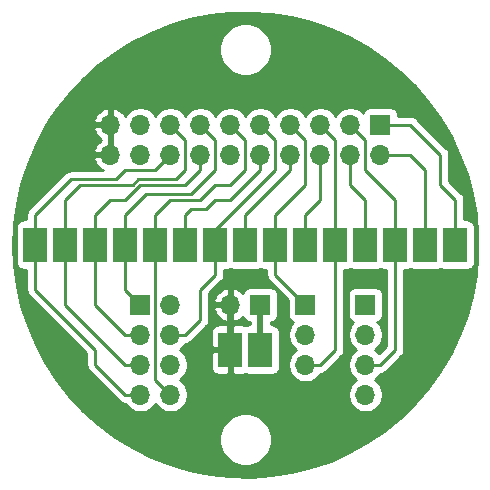
<source format=gtl>
G04 #@! TF.GenerationSoftware,KiCad,Pcbnew,(5.1.10)-1*
G04 #@! TF.CreationDate,2022-05-03T00:12:14-07:00*
G04 #@! TF.ProjectId,DUBloon,4455426c-6f6f-46e2-9e6b-696361645f70,rev?*
G04 #@! TF.SameCoordinates,Original*
G04 #@! TF.FileFunction,Copper,L1,Top*
G04 #@! TF.FilePolarity,Positive*
%FSLAX46Y46*%
G04 Gerber Fmt 4.6, Leading zero omitted, Abs format (unit mm)*
G04 Created by KiCad (PCBNEW (5.1.10)-1) date 2022-05-03 00:12:14*
%MOMM*%
%LPD*%
G01*
G04 APERTURE LIST*
G04 #@! TA.AperFunction,ComponentPad*
%ADD10R,1.700000X1.700000*%
G04 #@! TD*
G04 #@! TA.AperFunction,ComponentPad*
%ADD11O,1.700000X1.700000*%
G04 #@! TD*
G04 #@! TA.AperFunction,SMDPad,CuDef*
%ADD12R,2.000000X3.000000*%
G04 #@! TD*
G04 #@! TA.AperFunction,Conductor*
%ADD13C,0.250000*%
G04 #@! TD*
G04 #@! TA.AperFunction,Conductor*
%ADD14C,0.500000*%
G04 #@! TD*
G04 #@! TA.AperFunction,Conductor*
%ADD15C,0.254000*%
G04 #@! TD*
G04 #@! TA.AperFunction,Conductor*
%ADD16C,0.100000*%
G04 #@! TD*
G04 APERTURE END LIST*
D10*
X153670000Y-80010000D03*
D11*
X151130000Y-80010000D03*
D10*
X157480000Y-80010000D03*
D11*
X157480000Y-82550000D03*
X157480000Y-85090000D03*
D10*
X162560000Y-80010000D03*
D11*
X162560000Y-82550000D03*
X162560000Y-85090000D03*
X162560000Y-87630000D03*
D10*
X143510000Y-80010000D03*
D11*
X146050000Y-80010000D03*
X143510000Y-82550000D03*
X146050000Y-82550000D03*
X143510000Y-85090000D03*
X146050000Y-85090000D03*
X143510000Y-87630000D03*
X146050000Y-87630000D03*
D12*
X153670000Y-83820000D03*
X151130000Y-83820000D03*
X134620000Y-74930000D03*
X137160000Y-74930000D03*
X139700000Y-74930000D03*
X142240000Y-74930000D03*
X144780000Y-74930000D03*
X147320000Y-74930000D03*
X149860000Y-74930000D03*
X152400000Y-74930000D03*
X154940000Y-74930000D03*
X157480000Y-74930000D03*
X160020000Y-74930000D03*
X162560000Y-74930000D03*
X165100000Y-74930000D03*
X167640000Y-74930000D03*
X170180000Y-74930000D03*
D10*
X163830000Y-64770000D03*
D11*
X163830000Y-67310000D03*
X161290000Y-64770000D03*
X161290000Y-67310000D03*
X158750000Y-64770000D03*
X158750000Y-67310000D03*
X156210000Y-64770000D03*
X156210000Y-67310000D03*
X153670000Y-64770000D03*
X153670000Y-67310000D03*
X151130000Y-64770000D03*
X151130000Y-67310000D03*
X148590000Y-64770000D03*
X148590000Y-67310000D03*
X146050000Y-64770000D03*
X146050000Y-67310000D03*
X143510000Y-64770000D03*
X143510000Y-67310000D03*
X140970000Y-64770000D03*
X140970000Y-67310000D03*
D13*
X170180000Y-73104999D02*
X170180000Y-74479990D01*
X170180000Y-73104999D02*
X170180000Y-71120000D01*
X170180000Y-71120000D02*
X168910000Y-69850000D01*
X168910000Y-69850000D02*
X168910000Y-67310000D01*
X168910000Y-67310000D02*
X166370000Y-64770000D01*
X163830000Y-64770000D02*
X166370000Y-64770000D01*
X167640000Y-73660000D02*
X167640000Y-73555009D01*
X167640000Y-74930000D02*
X167640000Y-73660000D01*
X167640000Y-73104999D02*
X167640000Y-73660000D01*
X167640000Y-68580000D02*
X167640000Y-73104999D01*
X166370000Y-67310000D02*
X167640000Y-68580000D01*
X163830000Y-67310000D02*
X166370000Y-67310000D01*
X162560000Y-85090000D02*
X163830000Y-85090000D01*
X165100000Y-83820000D02*
X165100000Y-74930000D01*
X163830000Y-85090000D02*
X165100000Y-83820000D01*
X161290000Y-64770000D02*
X162560000Y-66040000D01*
X162560000Y-66040000D02*
X162560000Y-68580000D01*
X162560000Y-68580000D02*
X163830000Y-69850000D01*
X163830000Y-69850000D02*
X165100000Y-71120000D01*
X165100000Y-72390000D02*
X165100000Y-73104999D01*
X165100000Y-71120000D02*
X165100000Y-72390000D01*
X165100000Y-72390000D02*
X165100000Y-74930000D01*
X161290000Y-67310000D02*
X161290000Y-69850000D01*
X161290000Y-69850000D02*
X162560000Y-71120000D01*
X162560000Y-72390000D02*
X162560000Y-74930000D01*
X162560000Y-71120000D02*
X162560000Y-72390000D01*
X162560000Y-72390000D02*
X162560000Y-73104999D01*
X157480000Y-85090000D02*
X158750000Y-85090000D01*
X160020000Y-83820000D02*
X160020000Y-74930000D01*
X158750000Y-85090000D02*
X160020000Y-83820000D01*
X158750000Y-64770000D02*
X160020000Y-66040000D01*
X160020000Y-66040000D02*
X160020000Y-73104999D01*
X160020000Y-73104999D02*
X160020000Y-74930000D01*
X158750000Y-67310000D02*
X158750000Y-71120000D01*
X158750000Y-71120000D02*
X157480000Y-72390000D01*
X157480000Y-72390000D02*
X157480000Y-73104999D01*
X157480000Y-73104999D02*
X157480000Y-74930000D01*
X154940000Y-74930000D02*
X154940000Y-72390000D01*
X154940000Y-72390000D02*
X157480000Y-69850000D01*
X157480000Y-80010000D02*
X154940000Y-77470000D01*
X154940000Y-77470000D02*
X154940000Y-74930000D01*
X156210000Y-64770000D02*
X157480000Y-66040000D01*
X157480000Y-66040000D02*
X157480000Y-69850000D01*
X152400000Y-74930000D02*
X152400000Y-72390000D01*
X152400000Y-72390000D02*
X154940000Y-69850000D01*
X154940000Y-69850000D02*
X156210000Y-68580000D01*
X156210000Y-68580000D02*
X156210000Y-67310000D01*
X149860000Y-74930000D02*
X149860000Y-73660000D01*
X149860000Y-73660000D02*
X153670000Y-69850000D01*
X146050000Y-82550000D02*
X147320000Y-82550000D01*
X147320000Y-82550000D02*
X148590000Y-81280000D01*
X148590000Y-81280000D02*
X148590000Y-78740000D01*
X149860000Y-77470000D02*
X149860000Y-74930000D01*
X148590000Y-78740000D02*
X149860000Y-77470000D01*
X153670000Y-64770000D02*
X154940000Y-66040000D01*
X153670000Y-69850000D02*
X154940000Y-68580000D01*
X154940000Y-66040000D02*
X154940000Y-68580000D01*
X147770010Y-71939990D02*
X147320000Y-72390000D01*
X147320000Y-72390000D02*
X147320000Y-74930000D01*
X147770010Y-71939990D02*
X149040010Y-71939990D01*
X149040010Y-71939990D02*
X149860000Y-71120000D01*
X149860000Y-71120000D02*
X151130000Y-71120000D01*
X153670000Y-68580000D02*
X153670000Y-67310000D01*
X151130000Y-71120000D02*
X153670000Y-68580000D01*
X144780000Y-72390000D02*
X144780000Y-74930000D01*
X146050000Y-71120000D02*
X144780000Y-72390000D01*
X146050000Y-71120000D02*
X148590000Y-71120000D01*
X148590000Y-71120000D02*
X149860000Y-69850000D01*
X149860000Y-69850000D02*
X151130000Y-69850000D01*
X151130000Y-69850000D02*
X152400000Y-68580000D01*
X146050000Y-87630000D02*
X144780000Y-86360000D01*
X144780000Y-86360000D02*
X144780000Y-74930000D01*
X152400000Y-66040000D02*
X152400000Y-68580000D01*
X151130000Y-64770000D02*
X152400000Y-66040000D01*
X144780000Y-76200000D02*
X144780000Y-74930000D01*
D14*
X153670000Y-80010000D02*
X153670000Y-83820000D01*
D13*
X142240000Y-74930000D02*
X142240000Y-76200000D01*
X143510000Y-80010000D02*
X142240000Y-78740000D01*
X142240000Y-78740000D02*
X142240000Y-74930000D01*
X149860000Y-66040000D02*
X148590000Y-64770000D01*
X149860000Y-68580000D02*
X149860000Y-66040000D01*
X147770010Y-70669990D02*
X149860000Y-68580000D01*
X143960010Y-70669990D02*
X147770010Y-70669990D01*
X142240000Y-76200000D02*
X142240000Y-72390000D01*
X142240000Y-72390000D02*
X143960010Y-70669990D01*
X139700000Y-74930000D02*
X139700000Y-72390000D01*
X139700000Y-72390000D02*
X140970000Y-71120000D01*
X140970000Y-71120000D02*
X142240000Y-71120000D01*
X142240000Y-71120000D02*
X143510000Y-69850000D01*
X143510000Y-82550000D02*
X142240000Y-82550000D01*
X139700000Y-80010000D02*
X139700000Y-74930000D01*
X142240000Y-82550000D02*
X139700000Y-80010000D01*
X148590000Y-67310000D02*
X148590000Y-68580000D01*
X148590000Y-68580000D02*
X147320000Y-69850000D01*
X147320000Y-69850000D02*
X143510000Y-69850000D01*
X143510000Y-85090000D02*
X142240000Y-85090000D01*
X137160000Y-80010000D02*
X137160000Y-74930000D01*
X142240000Y-85090000D02*
X137160000Y-80010000D01*
X142873590Y-69850000D02*
X138430000Y-69850000D01*
X137160000Y-71120000D02*
X137160000Y-74930000D01*
X143323599Y-69399991D02*
X142873590Y-69850000D01*
X138430000Y-69850000D02*
X137160000Y-71120000D01*
X146500010Y-69399990D02*
X143323599Y-69399991D01*
X147320000Y-66040000D02*
X147320000Y-68580000D01*
X147320000Y-68580000D02*
X146500010Y-69399990D01*
X146050000Y-64770000D02*
X147320000Y-66040000D01*
X143510000Y-87630000D02*
X142240000Y-87630000D01*
X142240000Y-87630000D02*
X139700000Y-85090000D01*
X139700000Y-85090000D02*
X139700000Y-83820000D01*
X139700000Y-83820000D02*
X134620000Y-78740000D01*
X134620000Y-78740000D02*
X134620000Y-74930000D01*
X137610010Y-69399990D02*
X134620000Y-72390000D01*
X141420010Y-69399990D02*
X137610010Y-69399990D01*
X142240000Y-68580000D02*
X141420010Y-69399990D01*
X144780000Y-68580000D02*
X142240000Y-68580000D01*
X146050000Y-67310000D02*
X144780000Y-68580000D01*
X134620000Y-72390000D02*
X134620000Y-74930000D01*
D14*
X151130000Y-80010000D02*
X151130000Y-83820000D01*
D15*
X154570346Y-55390164D02*
X156288786Y-55658442D01*
X157976791Y-56077546D01*
X159621149Y-56644197D01*
X161208993Y-57353958D01*
X162727894Y-58201276D01*
X164165966Y-59179519D01*
X165511953Y-60281031D01*
X166755321Y-61497190D01*
X167886339Y-62818480D01*
X168896155Y-64234559D01*
X169776867Y-65734344D01*
X170521581Y-67306098D01*
X171124470Y-68937519D01*
X171580814Y-70615839D01*
X171887042Y-72327923D01*
X172040757Y-74060372D01*
X172040757Y-75799628D01*
X171887042Y-77532077D01*
X171580814Y-79244161D01*
X171124470Y-80922481D01*
X170521581Y-82553902D01*
X169776867Y-84125656D01*
X168896155Y-85625441D01*
X167886339Y-87041520D01*
X166755321Y-88362810D01*
X165511953Y-89578969D01*
X164165966Y-90680481D01*
X162727894Y-91658724D01*
X161208993Y-92506042D01*
X159621149Y-93215803D01*
X157976791Y-93782454D01*
X156288786Y-94201558D01*
X154570346Y-94469836D01*
X152834920Y-94585189D01*
X151096091Y-94546713D01*
X149367466Y-94354709D01*
X147662575Y-94010681D01*
X145994761Y-93517321D01*
X144377076Y-92878490D01*
X142822182Y-92099188D01*
X141397901Y-91219872D01*
X150165000Y-91219872D01*
X150165000Y-91660128D01*
X150250890Y-92091925D01*
X150419369Y-92498669D01*
X150663962Y-92864729D01*
X150975271Y-93176038D01*
X151341331Y-93420631D01*
X151748075Y-93589110D01*
X152179872Y-93675000D01*
X152620128Y-93675000D01*
X153051925Y-93589110D01*
X153458669Y-93420631D01*
X153824729Y-93176038D01*
X154136038Y-92864729D01*
X154380631Y-92498669D01*
X154549110Y-92091925D01*
X154635000Y-91660128D01*
X154635000Y-91219872D01*
X154549110Y-90788075D01*
X154380631Y-90381331D01*
X154136038Y-90015271D01*
X153824729Y-89703962D01*
X153458669Y-89459369D01*
X153051925Y-89290890D01*
X152620128Y-89205000D01*
X152179872Y-89205000D01*
X151748075Y-89290890D01*
X151341331Y-89459369D01*
X150975271Y-89703962D01*
X150663962Y-90015271D01*
X150419369Y-90381331D01*
X150250890Y-90788075D01*
X150165000Y-91219872D01*
X141397901Y-91219872D01*
X141342247Y-91185513D01*
X139948854Y-90144617D01*
X138652908Y-88984646D01*
X137464552Y-87714678D01*
X136393086Y-86344653D01*
X135446896Y-84885292D01*
X134633386Y-83348018D01*
X133958925Y-81744862D01*
X133428790Y-80088370D01*
X133047130Y-78391507D01*
X132816933Y-76667553D01*
X132740000Y-74930000D01*
X132806414Y-73430000D01*
X132981928Y-73430000D01*
X132981928Y-76430000D01*
X132994188Y-76554482D01*
X133030498Y-76674180D01*
X133089463Y-76784494D01*
X133168815Y-76881185D01*
X133265506Y-76960537D01*
X133375820Y-77019502D01*
X133495518Y-77055812D01*
X133620000Y-77068072D01*
X133860000Y-77068072D01*
X133860000Y-78702677D01*
X133856324Y-78740000D01*
X133860000Y-78777322D01*
X133860000Y-78777332D01*
X133870997Y-78888985D01*
X133914454Y-79032246D01*
X133985026Y-79164276D01*
X134024871Y-79212826D01*
X134079999Y-79280001D01*
X134109003Y-79303804D01*
X138940001Y-84134803D01*
X138940000Y-85052677D01*
X138936324Y-85090000D01*
X138940000Y-85127322D01*
X138940000Y-85127332D01*
X138950997Y-85238985D01*
X138994454Y-85382246D01*
X139065026Y-85514276D01*
X139104871Y-85562826D01*
X139159999Y-85630001D01*
X139189003Y-85653804D01*
X141676205Y-88141008D01*
X141699999Y-88170001D01*
X141728992Y-88193795D01*
X141728996Y-88193799D01*
X141799685Y-88251811D01*
X141815724Y-88264974D01*
X141947753Y-88335546D01*
X142091014Y-88379003D01*
X142202667Y-88390000D01*
X142202676Y-88390000D01*
X142233875Y-88393073D01*
X142356525Y-88576632D01*
X142563368Y-88783475D01*
X142806589Y-88945990D01*
X143076842Y-89057932D01*
X143363740Y-89115000D01*
X143656260Y-89115000D01*
X143943158Y-89057932D01*
X144213411Y-88945990D01*
X144456632Y-88783475D01*
X144663475Y-88576632D01*
X144780000Y-88402240D01*
X144896525Y-88576632D01*
X145103368Y-88783475D01*
X145346589Y-88945990D01*
X145616842Y-89057932D01*
X145903740Y-89115000D01*
X146196260Y-89115000D01*
X146483158Y-89057932D01*
X146753411Y-88945990D01*
X146996632Y-88783475D01*
X147203475Y-88576632D01*
X147365990Y-88333411D01*
X147477932Y-88063158D01*
X147535000Y-87776260D01*
X147535000Y-87483740D01*
X147477932Y-87196842D01*
X147365990Y-86926589D01*
X147203475Y-86683368D01*
X146996632Y-86476525D01*
X146822240Y-86360000D01*
X146996632Y-86243475D01*
X147203475Y-86036632D01*
X147365990Y-85793411D01*
X147477932Y-85523158D01*
X147518342Y-85320000D01*
X149491928Y-85320000D01*
X149504188Y-85444482D01*
X149540498Y-85564180D01*
X149599463Y-85674494D01*
X149678815Y-85771185D01*
X149775506Y-85850537D01*
X149885820Y-85909502D01*
X150005518Y-85945812D01*
X150130000Y-85958072D01*
X150844250Y-85955000D01*
X151003000Y-85796250D01*
X151003000Y-83947000D01*
X149653750Y-83947000D01*
X149495000Y-84105750D01*
X149491928Y-85320000D01*
X147518342Y-85320000D01*
X147535000Y-85236260D01*
X147535000Y-84943740D01*
X147477932Y-84656842D01*
X147365990Y-84386589D01*
X147203475Y-84143368D01*
X146996632Y-83936525D01*
X146822240Y-83820000D01*
X146996632Y-83703475D01*
X147203475Y-83496632D01*
X147326125Y-83313073D01*
X147357322Y-83310000D01*
X147357333Y-83310000D01*
X147468986Y-83299003D01*
X147612247Y-83255546D01*
X147744276Y-83184974D01*
X147860001Y-83090001D01*
X147883804Y-83060997D01*
X148624801Y-82320000D01*
X149491928Y-82320000D01*
X149495000Y-83534250D01*
X149653750Y-83693000D01*
X151003000Y-83693000D01*
X151003000Y-81843750D01*
X150844250Y-81685000D01*
X150130000Y-81681928D01*
X150005518Y-81694188D01*
X149885820Y-81730498D01*
X149775506Y-81789463D01*
X149678815Y-81868815D01*
X149599463Y-81965506D01*
X149540498Y-82075820D01*
X149504188Y-82195518D01*
X149491928Y-82320000D01*
X148624801Y-82320000D01*
X149101004Y-81843798D01*
X149130001Y-81820001D01*
X149224974Y-81704276D01*
X149295546Y-81572247D01*
X149339003Y-81428986D01*
X149350000Y-81317333D01*
X149350000Y-81317324D01*
X149353676Y-81280001D01*
X149350000Y-81242678D01*
X149350000Y-80366891D01*
X149688519Y-80366891D01*
X149785843Y-80641252D01*
X149934822Y-80891355D01*
X150129731Y-81107588D01*
X150363080Y-81281641D01*
X150625901Y-81406825D01*
X150773110Y-81451476D01*
X151003000Y-81330155D01*
X151003000Y-80137000D01*
X149809186Y-80137000D01*
X149688519Y-80366891D01*
X149350000Y-80366891D01*
X149350000Y-79653109D01*
X149688519Y-79653109D01*
X149809186Y-79883000D01*
X151003000Y-79883000D01*
X151003000Y-78689845D01*
X151257000Y-78689845D01*
X151257000Y-79883000D01*
X151277000Y-79883000D01*
X151277000Y-80137000D01*
X151257000Y-80137000D01*
X151257000Y-81330155D01*
X151486890Y-81451476D01*
X151634099Y-81406825D01*
X151896920Y-81281641D01*
X152130269Y-81107588D01*
X152206034Y-81023534D01*
X152230498Y-81104180D01*
X152289463Y-81214494D01*
X152368815Y-81311185D01*
X152465506Y-81390537D01*
X152575820Y-81449502D01*
X152695518Y-81485812D01*
X152785000Y-81494625D01*
X152785000Y-81681928D01*
X152670000Y-81681928D01*
X152545518Y-81694188D01*
X152425820Y-81730498D01*
X152400000Y-81744299D01*
X152374180Y-81730498D01*
X152254482Y-81694188D01*
X152130000Y-81681928D01*
X151415750Y-81685000D01*
X151257000Y-81843750D01*
X151257000Y-83693000D01*
X151277000Y-83693000D01*
X151277000Y-83947000D01*
X151257000Y-83947000D01*
X151257000Y-85796250D01*
X151415750Y-85955000D01*
X152130000Y-85958072D01*
X152254482Y-85945812D01*
X152374180Y-85909502D01*
X152400000Y-85895701D01*
X152425820Y-85909502D01*
X152545518Y-85945812D01*
X152670000Y-85958072D01*
X154670000Y-85958072D01*
X154794482Y-85945812D01*
X154914180Y-85909502D01*
X155024494Y-85850537D01*
X155121185Y-85771185D01*
X155200537Y-85674494D01*
X155259502Y-85564180D01*
X155295812Y-85444482D01*
X155308072Y-85320000D01*
X155308072Y-82320000D01*
X155295812Y-82195518D01*
X155259502Y-82075820D01*
X155200537Y-81965506D01*
X155121185Y-81868815D01*
X155024494Y-81789463D01*
X154914180Y-81730498D01*
X154794482Y-81694188D01*
X154670000Y-81681928D01*
X154555000Y-81681928D01*
X154555000Y-81494625D01*
X154644482Y-81485812D01*
X154764180Y-81449502D01*
X154874494Y-81390537D01*
X154971185Y-81311185D01*
X155050537Y-81214494D01*
X155109502Y-81104180D01*
X155145812Y-80984482D01*
X155158072Y-80860000D01*
X155158072Y-79160000D01*
X155145812Y-79035518D01*
X155109502Y-78915820D01*
X155050537Y-78805506D01*
X154971185Y-78708815D01*
X154874494Y-78629463D01*
X154764180Y-78570498D01*
X154644482Y-78534188D01*
X154520000Y-78521928D01*
X152820000Y-78521928D01*
X152695518Y-78534188D01*
X152575820Y-78570498D01*
X152465506Y-78629463D01*
X152368815Y-78708815D01*
X152289463Y-78805506D01*
X152230498Y-78915820D01*
X152206034Y-78996466D01*
X152130269Y-78912412D01*
X151896920Y-78738359D01*
X151634099Y-78613175D01*
X151486890Y-78568524D01*
X151257000Y-78689845D01*
X151003000Y-78689845D01*
X150773110Y-78568524D01*
X150625901Y-78613175D01*
X150363080Y-78738359D01*
X150129731Y-78912412D01*
X149934822Y-79128645D01*
X149785843Y-79378748D01*
X149688519Y-79653109D01*
X149350000Y-79653109D01*
X149350000Y-79054801D01*
X150371004Y-78033798D01*
X150400001Y-78010001D01*
X150494974Y-77894276D01*
X150565546Y-77762247D01*
X150609003Y-77618986D01*
X150620000Y-77507333D01*
X150620000Y-77507324D01*
X150623676Y-77470001D01*
X150620000Y-77432678D01*
X150620000Y-77068072D01*
X150860000Y-77068072D01*
X150984482Y-77055812D01*
X151104180Y-77019502D01*
X151130000Y-77005701D01*
X151155820Y-77019502D01*
X151275518Y-77055812D01*
X151400000Y-77068072D01*
X153400000Y-77068072D01*
X153524482Y-77055812D01*
X153644180Y-77019502D01*
X153670000Y-77005701D01*
X153695820Y-77019502D01*
X153815518Y-77055812D01*
X153940000Y-77068072D01*
X154180000Y-77068072D01*
X154180000Y-77432677D01*
X154176324Y-77470000D01*
X154180000Y-77507322D01*
X154180000Y-77507332D01*
X154190997Y-77618985D01*
X154218433Y-77709431D01*
X154234454Y-77762246D01*
X154305026Y-77894276D01*
X154344871Y-77942826D01*
X154399999Y-78010001D01*
X154429003Y-78033804D01*
X155991928Y-79596730D01*
X155991928Y-80860000D01*
X156004188Y-80984482D01*
X156040498Y-81104180D01*
X156099463Y-81214494D01*
X156178815Y-81311185D01*
X156275506Y-81390537D01*
X156385820Y-81449502D01*
X156458380Y-81471513D01*
X156326525Y-81603368D01*
X156164010Y-81846589D01*
X156052068Y-82116842D01*
X155995000Y-82403740D01*
X155995000Y-82696260D01*
X156052068Y-82983158D01*
X156164010Y-83253411D01*
X156326525Y-83496632D01*
X156533368Y-83703475D01*
X156707760Y-83820000D01*
X156533368Y-83936525D01*
X156326525Y-84143368D01*
X156164010Y-84386589D01*
X156052068Y-84656842D01*
X155995000Y-84943740D01*
X155995000Y-85236260D01*
X156052068Y-85523158D01*
X156164010Y-85793411D01*
X156326525Y-86036632D01*
X156533368Y-86243475D01*
X156776589Y-86405990D01*
X157046842Y-86517932D01*
X157333740Y-86575000D01*
X157626260Y-86575000D01*
X157913158Y-86517932D01*
X158183411Y-86405990D01*
X158426632Y-86243475D01*
X158633475Y-86036632D01*
X158756125Y-85853073D01*
X158787322Y-85850000D01*
X158787333Y-85850000D01*
X158898986Y-85839003D01*
X159042247Y-85795546D01*
X159174276Y-85724974D01*
X159290001Y-85630001D01*
X159313804Y-85600997D01*
X160531004Y-84383798D01*
X160560001Y-84360001D01*
X160654974Y-84244276D01*
X160725546Y-84112247D01*
X160769003Y-83968986D01*
X160780000Y-83857333D01*
X160780000Y-83857324D01*
X160783676Y-83820001D01*
X160780000Y-83782678D01*
X160780000Y-77068072D01*
X161020000Y-77068072D01*
X161144482Y-77055812D01*
X161264180Y-77019502D01*
X161290000Y-77005701D01*
X161315820Y-77019502D01*
X161435518Y-77055812D01*
X161560000Y-77068072D01*
X163560000Y-77068072D01*
X163684482Y-77055812D01*
X163804180Y-77019502D01*
X163830000Y-77005701D01*
X163855820Y-77019502D01*
X163975518Y-77055812D01*
X164100000Y-77068072D01*
X164340001Y-77068072D01*
X164340000Y-83505198D01*
X163707653Y-84137546D01*
X163506632Y-83936525D01*
X163332240Y-83820000D01*
X163506632Y-83703475D01*
X163713475Y-83496632D01*
X163875990Y-83253411D01*
X163987932Y-82983158D01*
X164045000Y-82696260D01*
X164045000Y-82403740D01*
X163987932Y-82116842D01*
X163875990Y-81846589D01*
X163713475Y-81603368D01*
X163581620Y-81471513D01*
X163654180Y-81449502D01*
X163764494Y-81390537D01*
X163861185Y-81311185D01*
X163940537Y-81214494D01*
X163999502Y-81104180D01*
X164035812Y-80984482D01*
X164048072Y-80860000D01*
X164048072Y-79160000D01*
X164035812Y-79035518D01*
X163999502Y-78915820D01*
X163940537Y-78805506D01*
X163861185Y-78708815D01*
X163764494Y-78629463D01*
X163654180Y-78570498D01*
X163534482Y-78534188D01*
X163410000Y-78521928D01*
X161710000Y-78521928D01*
X161585518Y-78534188D01*
X161465820Y-78570498D01*
X161355506Y-78629463D01*
X161258815Y-78708815D01*
X161179463Y-78805506D01*
X161120498Y-78915820D01*
X161084188Y-79035518D01*
X161071928Y-79160000D01*
X161071928Y-80860000D01*
X161084188Y-80984482D01*
X161120498Y-81104180D01*
X161179463Y-81214494D01*
X161258815Y-81311185D01*
X161355506Y-81390537D01*
X161465820Y-81449502D01*
X161538380Y-81471513D01*
X161406525Y-81603368D01*
X161244010Y-81846589D01*
X161132068Y-82116842D01*
X161075000Y-82403740D01*
X161075000Y-82696260D01*
X161132068Y-82983158D01*
X161244010Y-83253411D01*
X161406525Y-83496632D01*
X161613368Y-83703475D01*
X161787760Y-83820000D01*
X161613368Y-83936525D01*
X161406525Y-84143368D01*
X161244010Y-84386589D01*
X161132068Y-84656842D01*
X161075000Y-84943740D01*
X161075000Y-85236260D01*
X161132068Y-85523158D01*
X161244010Y-85793411D01*
X161406525Y-86036632D01*
X161613368Y-86243475D01*
X161787760Y-86360000D01*
X161613368Y-86476525D01*
X161406525Y-86683368D01*
X161244010Y-86926589D01*
X161132068Y-87196842D01*
X161075000Y-87483740D01*
X161075000Y-87776260D01*
X161132068Y-88063158D01*
X161244010Y-88333411D01*
X161406525Y-88576632D01*
X161613368Y-88783475D01*
X161856589Y-88945990D01*
X162126842Y-89057932D01*
X162413740Y-89115000D01*
X162706260Y-89115000D01*
X162993158Y-89057932D01*
X163263411Y-88945990D01*
X163506632Y-88783475D01*
X163713475Y-88576632D01*
X163875990Y-88333411D01*
X163987932Y-88063158D01*
X164045000Y-87776260D01*
X164045000Y-87483740D01*
X163987932Y-87196842D01*
X163875990Y-86926589D01*
X163713475Y-86683368D01*
X163506632Y-86476525D01*
X163332240Y-86360000D01*
X163506632Y-86243475D01*
X163713475Y-86036632D01*
X163836125Y-85853073D01*
X163867322Y-85850000D01*
X163867333Y-85850000D01*
X163978986Y-85839003D01*
X164122247Y-85795546D01*
X164254276Y-85724974D01*
X164370001Y-85630001D01*
X164393804Y-85600997D01*
X165611004Y-84383798D01*
X165640001Y-84360001D01*
X165734974Y-84244276D01*
X165805546Y-84112247D01*
X165849003Y-83968986D01*
X165860000Y-83857333D01*
X165860000Y-83857324D01*
X165863676Y-83820001D01*
X165860000Y-83782678D01*
X165860000Y-77068072D01*
X166100000Y-77068072D01*
X166224482Y-77055812D01*
X166344180Y-77019502D01*
X166370000Y-77005701D01*
X166395820Y-77019502D01*
X166515518Y-77055812D01*
X166640000Y-77068072D01*
X168640000Y-77068072D01*
X168764482Y-77055812D01*
X168884180Y-77019502D01*
X168910000Y-77005701D01*
X168935820Y-77019502D01*
X169055518Y-77055812D01*
X169180000Y-77068072D01*
X171180000Y-77068072D01*
X171304482Y-77055812D01*
X171424180Y-77019502D01*
X171534494Y-76960537D01*
X171631185Y-76881185D01*
X171710537Y-76784494D01*
X171769502Y-76674180D01*
X171805812Y-76554482D01*
X171818072Y-76430000D01*
X171818072Y-73430000D01*
X171805812Y-73305518D01*
X171769502Y-73185820D01*
X171710537Y-73075506D01*
X171631185Y-72978815D01*
X171534494Y-72899463D01*
X171424180Y-72840498D01*
X171304482Y-72804188D01*
X171180000Y-72791928D01*
X170940000Y-72791928D01*
X170940000Y-71157322D01*
X170943676Y-71119999D01*
X170940000Y-71082676D01*
X170940000Y-71082667D01*
X170929003Y-70971014D01*
X170885546Y-70827753D01*
X170814974Y-70695724D01*
X170720001Y-70579999D01*
X170691003Y-70556201D01*
X169670000Y-69535199D01*
X169670000Y-67347322D01*
X169673676Y-67309999D01*
X169670000Y-67272676D01*
X169670000Y-67272667D01*
X169659003Y-67161014D01*
X169615546Y-67017753D01*
X169544974Y-66885724D01*
X169531811Y-66869685D01*
X169473799Y-66798996D01*
X169473795Y-66798992D01*
X169450001Y-66769999D01*
X169421008Y-66746205D01*
X166933804Y-64259003D01*
X166910001Y-64229999D01*
X166794276Y-64135026D01*
X166662247Y-64064454D01*
X166518986Y-64020997D01*
X166407333Y-64010000D01*
X166407322Y-64010000D01*
X166370000Y-64006324D01*
X166332678Y-64010000D01*
X165318072Y-64010000D01*
X165318072Y-63920000D01*
X165305812Y-63795518D01*
X165269502Y-63675820D01*
X165210537Y-63565506D01*
X165131185Y-63468815D01*
X165034494Y-63389463D01*
X164924180Y-63330498D01*
X164804482Y-63294188D01*
X164680000Y-63281928D01*
X162980000Y-63281928D01*
X162855518Y-63294188D01*
X162735820Y-63330498D01*
X162625506Y-63389463D01*
X162528815Y-63468815D01*
X162449463Y-63565506D01*
X162390498Y-63675820D01*
X162368487Y-63748380D01*
X162236632Y-63616525D01*
X161993411Y-63454010D01*
X161723158Y-63342068D01*
X161436260Y-63285000D01*
X161143740Y-63285000D01*
X160856842Y-63342068D01*
X160586589Y-63454010D01*
X160343368Y-63616525D01*
X160136525Y-63823368D01*
X160020000Y-63997760D01*
X159903475Y-63823368D01*
X159696632Y-63616525D01*
X159453411Y-63454010D01*
X159183158Y-63342068D01*
X158896260Y-63285000D01*
X158603740Y-63285000D01*
X158316842Y-63342068D01*
X158046589Y-63454010D01*
X157803368Y-63616525D01*
X157596525Y-63823368D01*
X157480000Y-63997760D01*
X157363475Y-63823368D01*
X157156632Y-63616525D01*
X156913411Y-63454010D01*
X156643158Y-63342068D01*
X156356260Y-63285000D01*
X156063740Y-63285000D01*
X155776842Y-63342068D01*
X155506589Y-63454010D01*
X155263368Y-63616525D01*
X155056525Y-63823368D01*
X154940000Y-63997760D01*
X154823475Y-63823368D01*
X154616632Y-63616525D01*
X154373411Y-63454010D01*
X154103158Y-63342068D01*
X153816260Y-63285000D01*
X153523740Y-63285000D01*
X153236842Y-63342068D01*
X152966589Y-63454010D01*
X152723368Y-63616525D01*
X152516525Y-63823368D01*
X152400000Y-63997760D01*
X152283475Y-63823368D01*
X152076632Y-63616525D01*
X151833411Y-63454010D01*
X151563158Y-63342068D01*
X151276260Y-63285000D01*
X150983740Y-63285000D01*
X150696842Y-63342068D01*
X150426589Y-63454010D01*
X150183368Y-63616525D01*
X149976525Y-63823368D01*
X149860000Y-63997760D01*
X149743475Y-63823368D01*
X149536632Y-63616525D01*
X149293411Y-63454010D01*
X149023158Y-63342068D01*
X148736260Y-63285000D01*
X148443740Y-63285000D01*
X148156842Y-63342068D01*
X147886589Y-63454010D01*
X147643368Y-63616525D01*
X147436525Y-63823368D01*
X147320000Y-63997760D01*
X147203475Y-63823368D01*
X146996632Y-63616525D01*
X146753411Y-63454010D01*
X146483158Y-63342068D01*
X146196260Y-63285000D01*
X145903740Y-63285000D01*
X145616842Y-63342068D01*
X145346589Y-63454010D01*
X145103368Y-63616525D01*
X144896525Y-63823368D01*
X144780000Y-63997760D01*
X144663475Y-63823368D01*
X144456632Y-63616525D01*
X144213411Y-63454010D01*
X143943158Y-63342068D01*
X143656260Y-63285000D01*
X143363740Y-63285000D01*
X143076842Y-63342068D01*
X142806589Y-63454010D01*
X142563368Y-63616525D01*
X142356525Y-63823368D01*
X142234805Y-64005534D01*
X142165178Y-63888645D01*
X141970269Y-63672412D01*
X141736920Y-63498359D01*
X141474099Y-63373175D01*
X141326890Y-63328524D01*
X141097000Y-63449845D01*
X141097000Y-64643000D01*
X141117000Y-64643000D01*
X141117000Y-64897000D01*
X141097000Y-64897000D01*
X141097000Y-67183000D01*
X141117000Y-67183000D01*
X141117000Y-67437000D01*
X141097000Y-67437000D01*
X141097000Y-67457000D01*
X140843000Y-67457000D01*
X140843000Y-67437000D01*
X139649186Y-67437000D01*
X139528519Y-67666891D01*
X139625843Y-67941252D01*
X139774822Y-68191355D01*
X139969731Y-68407588D01*
X140203080Y-68581641D01*
X140325582Y-68639990D01*
X137647335Y-68639990D01*
X137610010Y-68636314D01*
X137572685Y-68639990D01*
X137572677Y-68639990D01*
X137461024Y-68650987D01*
X137317763Y-68694444D01*
X137185734Y-68765016D01*
X137070009Y-68859989D01*
X137046211Y-68888987D01*
X134109003Y-71826196D01*
X134079999Y-71849999D01*
X134024871Y-71917174D01*
X133985026Y-71965724D01*
X133919147Y-72088975D01*
X133914454Y-72097754D01*
X133870997Y-72241015D01*
X133860000Y-72352668D01*
X133860000Y-72352678D01*
X133856324Y-72390000D01*
X133860000Y-72427323D01*
X133860000Y-72791928D01*
X133620000Y-72791928D01*
X133495518Y-72804188D01*
X133375820Y-72840498D01*
X133265506Y-72899463D01*
X133168815Y-72978815D01*
X133089463Y-73075506D01*
X133030498Y-73185820D01*
X132994188Y-73305518D01*
X132981928Y-73430000D01*
X132806414Y-73430000D01*
X132816933Y-73192447D01*
X133047130Y-71468493D01*
X133428790Y-69771630D01*
X133958925Y-68115138D01*
X134633386Y-66511982D01*
X135366362Y-65126891D01*
X139528519Y-65126891D01*
X139625843Y-65401252D01*
X139774822Y-65651355D01*
X139969731Y-65867588D01*
X140200880Y-66040000D01*
X139969731Y-66212412D01*
X139774822Y-66428645D01*
X139625843Y-66678748D01*
X139528519Y-66953109D01*
X139649186Y-67183000D01*
X140843000Y-67183000D01*
X140843000Y-64897000D01*
X139649186Y-64897000D01*
X139528519Y-65126891D01*
X135366362Y-65126891D01*
X135446896Y-64974708D01*
X135811013Y-64413109D01*
X139528519Y-64413109D01*
X139649186Y-64643000D01*
X140843000Y-64643000D01*
X140843000Y-63449845D01*
X140613110Y-63328524D01*
X140465901Y-63373175D01*
X140203080Y-63498359D01*
X139969731Y-63672412D01*
X139774822Y-63888645D01*
X139625843Y-64138748D01*
X139528519Y-64413109D01*
X135811013Y-64413109D01*
X136393086Y-63515347D01*
X137464552Y-62145322D01*
X138652908Y-60875354D01*
X139948854Y-59715383D01*
X141342247Y-58674487D01*
X142111009Y-58199872D01*
X150165000Y-58199872D01*
X150165000Y-58640128D01*
X150250890Y-59071925D01*
X150419369Y-59478669D01*
X150663962Y-59844729D01*
X150975271Y-60156038D01*
X151341331Y-60400631D01*
X151748075Y-60569110D01*
X152179872Y-60655000D01*
X152620128Y-60655000D01*
X153051925Y-60569110D01*
X153458669Y-60400631D01*
X153824729Y-60156038D01*
X154136038Y-59844729D01*
X154380631Y-59478669D01*
X154549110Y-59071925D01*
X154635000Y-58640128D01*
X154635000Y-58199872D01*
X154549110Y-57768075D01*
X154380631Y-57361331D01*
X154136038Y-56995271D01*
X153824729Y-56683962D01*
X153458669Y-56439369D01*
X153051925Y-56270890D01*
X152620128Y-56185000D01*
X152179872Y-56185000D01*
X151748075Y-56270890D01*
X151341331Y-56439369D01*
X150975271Y-56683962D01*
X150663962Y-56995271D01*
X150419369Y-57361331D01*
X150250890Y-57768075D01*
X150165000Y-58199872D01*
X142111009Y-58199872D01*
X142822182Y-57760812D01*
X144377076Y-56981510D01*
X145994761Y-56342679D01*
X147662575Y-55849319D01*
X149367466Y-55505291D01*
X151096091Y-55313287D01*
X152834920Y-55274811D01*
X154570346Y-55390164D01*
G04 #@! TA.AperFunction,Conductor*
D16*
G36*
X154570346Y-55390164D02*
G01*
X156288786Y-55658442D01*
X157976791Y-56077546D01*
X159621149Y-56644197D01*
X161208993Y-57353958D01*
X162727894Y-58201276D01*
X164165966Y-59179519D01*
X165511953Y-60281031D01*
X166755321Y-61497190D01*
X167886339Y-62818480D01*
X168896155Y-64234559D01*
X169776867Y-65734344D01*
X170521581Y-67306098D01*
X171124470Y-68937519D01*
X171580814Y-70615839D01*
X171887042Y-72327923D01*
X172040757Y-74060372D01*
X172040757Y-75799628D01*
X171887042Y-77532077D01*
X171580814Y-79244161D01*
X171124470Y-80922481D01*
X170521581Y-82553902D01*
X169776867Y-84125656D01*
X168896155Y-85625441D01*
X167886339Y-87041520D01*
X166755321Y-88362810D01*
X165511953Y-89578969D01*
X164165966Y-90680481D01*
X162727894Y-91658724D01*
X161208993Y-92506042D01*
X159621149Y-93215803D01*
X157976791Y-93782454D01*
X156288786Y-94201558D01*
X154570346Y-94469836D01*
X152834920Y-94585189D01*
X151096091Y-94546713D01*
X149367466Y-94354709D01*
X147662575Y-94010681D01*
X145994761Y-93517321D01*
X144377076Y-92878490D01*
X142822182Y-92099188D01*
X141397901Y-91219872D01*
X150165000Y-91219872D01*
X150165000Y-91660128D01*
X150250890Y-92091925D01*
X150419369Y-92498669D01*
X150663962Y-92864729D01*
X150975271Y-93176038D01*
X151341331Y-93420631D01*
X151748075Y-93589110D01*
X152179872Y-93675000D01*
X152620128Y-93675000D01*
X153051925Y-93589110D01*
X153458669Y-93420631D01*
X153824729Y-93176038D01*
X154136038Y-92864729D01*
X154380631Y-92498669D01*
X154549110Y-92091925D01*
X154635000Y-91660128D01*
X154635000Y-91219872D01*
X154549110Y-90788075D01*
X154380631Y-90381331D01*
X154136038Y-90015271D01*
X153824729Y-89703962D01*
X153458669Y-89459369D01*
X153051925Y-89290890D01*
X152620128Y-89205000D01*
X152179872Y-89205000D01*
X151748075Y-89290890D01*
X151341331Y-89459369D01*
X150975271Y-89703962D01*
X150663962Y-90015271D01*
X150419369Y-90381331D01*
X150250890Y-90788075D01*
X150165000Y-91219872D01*
X141397901Y-91219872D01*
X141342247Y-91185513D01*
X139948854Y-90144617D01*
X138652908Y-88984646D01*
X137464552Y-87714678D01*
X136393086Y-86344653D01*
X135446896Y-84885292D01*
X134633386Y-83348018D01*
X133958925Y-81744862D01*
X133428790Y-80088370D01*
X133047130Y-78391507D01*
X132816933Y-76667553D01*
X132740000Y-74930000D01*
X132806414Y-73430000D01*
X132981928Y-73430000D01*
X132981928Y-76430000D01*
X132994188Y-76554482D01*
X133030498Y-76674180D01*
X133089463Y-76784494D01*
X133168815Y-76881185D01*
X133265506Y-76960537D01*
X133375820Y-77019502D01*
X133495518Y-77055812D01*
X133620000Y-77068072D01*
X133860000Y-77068072D01*
X133860000Y-78702677D01*
X133856324Y-78740000D01*
X133860000Y-78777322D01*
X133860000Y-78777332D01*
X133870997Y-78888985D01*
X133914454Y-79032246D01*
X133985026Y-79164276D01*
X134024871Y-79212826D01*
X134079999Y-79280001D01*
X134109003Y-79303804D01*
X138940001Y-84134803D01*
X138940000Y-85052677D01*
X138936324Y-85090000D01*
X138940000Y-85127322D01*
X138940000Y-85127332D01*
X138950997Y-85238985D01*
X138994454Y-85382246D01*
X139065026Y-85514276D01*
X139104871Y-85562826D01*
X139159999Y-85630001D01*
X139189003Y-85653804D01*
X141676205Y-88141008D01*
X141699999Y-88170001D01*
X141728992Y-88193795D01*
X141728996Y-88193799D01*
X141799685Y-88251811D01*
X141815724Y-88264974D01*
X141947753Y-88335546D01*
X142091014Y-88379003D01*
X142202667Y-88390000D01*
X142202676Y-88390000D01*
X142233875Y-88393073D01*
X142356525Y-88576632D01*
X142563368Y-88783475D01*
X142806589Y-88945990D01*
X143076842Y-89057932D01*
X143363740Y-89115000D01*
X143656260Y-89115000D01*
X143943158Y-89057932D01*
X144213411Y-88945990D01*
X144456632Y-88783475D01*
X144663475Y-88576632D01*
X144780000Y-88402240D01*
X144896525Y-88576632D01*
X145103368Y-88783475D01*
X145346589Y-88945990D01*
X145616842Y-89057932D01*
X145903740Y-89115000D01*
X146196260Y-89115000D01*
X146483158Y-89057932D01*
X146753411Y-88945990D01*
X146996632Y-88783475D01*
X147203475Y-88576632D01*
X147365990Y-88333411D01*
X147477932Y-88063158D01*
X147535000Y-87776260D01*
X147535000Y-87483740D01*
X147477932Y-87196842D01*
X147365990Y-86926589D01*
X147203475Y-86683368D01*
X146996632Y-86476525D01*
X146822240Y-86360000D01*
X146996632Y-86243475D01*
X147203475Y-86036632D01*
X147365990Y-85793411D01*
X147477932Y-85523158D01*
X147518342Y-85320000D01*
X149491928Y-85320000D01*
X149504188Y-85444482D01*
X149540498Y-85564180D01*
X149599463Y-85674494D01*
X149678815Y-85771185D01*
X149775506Y-85850537D01*
X149885820Y-85909502D01*
X150005518Y-85945812D01*
X150130000Y-85958072D01*
X150844250Y-85955000D01*
X151003000Y-85796250D01*
X151003000Y-83947000D01*
X149653750Y-83947000D01*
X149495000Y-84105750D01*
X149491928Y-85320000D01*
X147518342Y-85320000D01*
X147535000Y-85236260D01*
X147535000Y-84943740D01*
X147477932Y-84656842D01*
X147365990Y-84386589D01*
X147203475Y-84143368D01*
X146996632Y-83936525D01*
X146822240Y-83820000D01*
X146996632Y-83703475D01*
X147203475Y-83496632D01*
X147326125Y-83313073D01*
X147357322Y-83310000D01*
X147357333Y-83310000D01*
X147468986Y-83299003D01*
X147612247Y-83255546D01*
X147744276Y-83184974D01*
X147860001Y-83090001D01*
X147883804Y-83060997D01*
X148624801Y-82320000D01*
X149491928Y-82320000D01*
X149495000Y-83534250D01*
X149653750Y-83693000D01*
X151003000Y-83693000D01*
X151003000Y-81843750D01*
X150844250Y-81685000D01*
X150130000Y-81681928D01*
X150005518Y-81694188D01*
X149885820Y-81730498D01*
X149775506Y-81789463D01*
X149678815Y-81868815D01*
X149599463Y-81965506D01*
X149540498Y-82075820D01*
X149504188Y-82195518D01*
X149491928Y-82320000D01*
X148624801Y-82320000D01*
X149101004Y-81843798D01*
X149130001Y-81820001D01*
X149224974Y-81704276D01*
X149295546Y-81572247D01*
X149339003Y-81428986D01*
X149350000Y-81317333D01*
X149350000Y-81317324D01*
X149353676Y-81280001D01*
X149350000Y-81242678D01*
X149350000Y-80366891D01*
X149688519Y-80366891D01*
X149785843Y-80641252D01*
X149934822Y-80891355D01*
X150129731Y-81107588D01*
X150363080Y-81281641D01*
X150625901Y-81406825D01*
X150773110Y-81451476D01*
X151003000Y-81330155D01*
X151003000Y-80137000D01*
X149809186Y-80137000D01*
X149688519Y-80366891D01*
X149350000Y-80366891D01*
X149350000Y-79653109D01*
X149688519Y-79653109D01*
X149809186Y-79883000D01*
X151003000Y-79883000D01*
X151003000Y-78689845D01*
X151257000Y-78689845D01*
X151257000Y-79883000D01*
X151277000Y-79883000D01*
X151277000Y-80137000D01*
X151257000Y-80137000D01*
X151257000Y-81330155D01*
X151486890Y-81451476D01*
X151634099Y-81406825D01*
X151896920Y-81281641D01*
X152130269Y-81107588D01*
X152206034Y-81023534D01*
X152230498Y-81104180D01*
X152289463Y-81214494D01*
X152368815Y-81311185D01*
X152465506Y-81390537D01*
X152575820Y-81449502D01*
X152695518Y-81485812D01*
X152785000Y-81494625D01*
X152785000Y-81681928D01*
X152670000Y-81681928D01*
X152545518Y-81694188D01*
X152425820Y-81730498D01*
X152400000Y-81744299D01*
X152374180Y-81730498D01*
X152254482Y-81694188D01*
X152130000Y-81681928D01*
X151415750Y-81685000D01*
X151257000Y-81843750D01*
X151257000Y-83693000D01*
X151277000Y-83693000D01*
X151277000Y-83947000D01*
X151257000Y-83947000D01*
X151257000Y-85796250D01*
X151415750Y-85955000D01*
X152130000Y-85958072D01*
X152254482Y-85945812D01*
X152374180Y-85909502D01*
X152400000Y-85895701D01*
X152425820Y-85909502D01*
X152545518Y-85945812D01*
X152670000Y-85958072D01*
X154670000Y-85958072D01*
X154794482Y-85945812D01*
X154914180Y-85909502D01*
X155024494Y-85850537D01*
X155121185Y-85771185D01*
X155200537Y-85674494D01*
X155259502Y-85564180D01*
X155295812Y-85444482D01*
X155308072Y-85320000D01*
X155308072Y-82320000D01*
X155295812Y-82195518D01*
X155259502Y-82075820D01*
X155200537Y-81965506D01*
X155121185Y-81868815D01*
X155024494Y-81789463D01*
X154914180Y-81730498D01*
X154794482Y-81694188D01*
X154670000Y-81681928D01*
X154555000Y-81681928D01*
X154555000Y-81494625D01*
X154644482Y-81485812D01*
X154764180Y-81449502D01*
X154874494Y-81390537D01*
X154971185Y-81311185D01*
X155050537Y-81214494D01*
X155109502Y-81104180D01*
X155145812Y-80984482D01*
X155158072Y-80860000D01*
X155158072Y-79160000D01*
X155145812Y-79035518D01*
X155109502Y-78915820D01*
X155050537Y-78805506D01*
X154971185Y-78708815D01*
X154874494Y-78629463D01*
X154764180Y-78570498D01*
X154644482Y-78534188D01*
X154520000Y-78521928D01*
X152820000Y-78521928D01*
X152695518Y-78534188D01*
X152575820Y-78570498D01*
X152465506Y-78629463D01*
X152368815Y-78708815D01*
X152289463Y-78805506D01*
X152230498Y-78915820D01*
X152206034Y-78996466D01*
X152130269Y-78912412D01*
X151896920Y-78738359D01*
X151634099Y-78613175D01*
X151486890Y-78568524D01*
X151257000Y-78689845D01*
X151003000Y-78689845D01*
X150773110Y-78568524D01*
X150625901Y-78613175D01*
X150363080Y-78738359D01*
X150129731Y-78912412D01*
X149934822Y-79128645D01*
X149785843Y-79378748D01*
X149688519Y-79653109D01*
X149350000Y-79653109D01*
X149350000Y-79054801D01*
X150371004Y-78033798D01*
X150400001Y-78010001D01*
X150494974Y-77894276D01*
X150565546Y-77762247D01*
X150609003Y-77618986D01*
X150620000Y-77507333D01*
X150620000Y-77507324D01*
X150623676Y-77470001D01*
X150620000Y-77432678D01*
X150620000Y-77068072D01*
X150860000Y-77068072D01*
X150984482Y-77055812D01*
X151104180Y-77019502D01*
X151130000Y-77005701D01*
X151155820Y-77019502D01*
X151275518Y-77055812D01*
X151400000Y-77068072D01*
X153400000Y-77068072D01*
X153524482Y-77055812D01*
X153644180Y-77019502D01*
X153670000Y-77005701D01*
X153695820Y-77019502D01*
X153815518Y-77055812D01*
X153940000Y-77068072D01*
X154180000Y-77068072D01*
X154180000Y-77432677D01*
X154176324Y-77470000D01*
X154180000Y-77507322D01*
X154180000Y-77507332D01*
X154190997Y-77618985D01*
X154218433Y-77709431D01*
X154234454Y-77762246D01*
X154305026Y-77894276D01*
X154344871Y-77942826D01*
X154399999Y-78010001D01*
X154429003Y-78033804D01*
X155991928Y-79596730D01*
X155991928Y-80860000D01*
X156004188Y-80984482D01*
X156040498Y-81104180D01*
X156099463Y-81214494D01*
X156178815Y-81311185D01*
X156275506Y-81390537D01*
X156385820Y-81449502D01*
X156458380Y-81471513D01*
X156326525Y-81603368D01*
X156164010Y-81846589D01*
X156052068Y-82116842D01*
X155995000Y-82403740D01*
X155995000Y-82696260D01*
X156052068Y-82983158D01*
X156164010Y-83253411D01*
X156326525Y-83496632D01*
X156533368Y-83703475D01*
X156707760Y-83820000D01*
X156533368Y-83936525D01*
X156326525Y-84143368D01*
X156164010Y-84386589D01*
X156052068Y-84656842D01*
X155995000Y-84943740D01*
X155995000Y-85236260D01*
X156052068Y-85523158D01*
X156164010Y-85793411D01*
X156326525Y-86036632D01*
X156533368Y-86243475D01*
X156776589Y-86405990D01*
X157046842Y-86517932D01*
X157333740Y-86575000D01*
X157626260Y-86575000D01*
X157913158Y-86517932D01*
X158183411Y-86405990D01*
X158426632Y-86243475D01*
X158633475Y-86036632D01*
X158756125Y-85853073D01*
X158787322Y-85850000D01*
X158787333Y-85850000D01*
X158898986Y-85839003D01*
X159042247Y-85795546D01*
X159174276Y-85724974D01*
X159290001Y-85630001D01*
X159313804Y-85600997D01*
X160531004Y-84383798D01*
X160560001Y-84360001D01*
X160654974Y-84244276D01*
X160725546Y-84112247D01*
X160769003Y-83968986D01*
X160780000Y-83857333D01*
X160780000Y-83857324D01*
X160783676Y-83820001D01*
X160780000Y-83782678D01*
X160780000Y-77068072D01*
X161020000Y-77068072D01*
X161144482Y-77055812D01*
X161264180Y-77019502D01*
X161290000Y-77005701D01*
X161315820Y-77019502D01*
X161435518Y-77055812D01*
X161560000Y-77068072D01*
X163560000Y-77068072D01*
X163684482Y-77055812D01*
X163804180Y-77019502D01*
X163830000Y-77005701D01*
X163855820Y-77019502D01*
X163975518Y-77055812D01*
X164100000Y-77068072D01*
X164340001Y-77068072D01*
X164340000Y-83505198D01*
X163707653Y-84137546D01*
X163506632Y-83936525D01*
X163332240Y-83820000D01*
X163506632Y-83703475D01*
X163713475Y-83496632D01*
X163875990Y-83253411D01*
X163987932Y-82983158D01*
X164045000Y-82696260D01*
X164045000Y-82403740D01*
X163987932Y-82116842D01*
X163875990Y-81846589D01*
X163713475Y-81603368D01*
X163581620Y-81471513D01*
X163654180Y-81449502D01*
X163764494Y-81390537D01*
X163861185Y-81311185D01*
X163940537Y-81214494D01*
X163999502Y-81104180D01*
X164035812Y-80984482D01*
X164048072Y-80860000D01*
X164048072Y-79160000D01*
X164035812Y-79035518D01*
X163999502Y-78915820D01*
X163940537Y-78805506D01*
X163861185Y-78708815D01*
X163764494Y-78629463D01*
X163654180Y-78570498D01*
X163534482Y-78534188D01*
X163410000Y-78521928D01*
X161710000Y-78521928D01*
X161585518Y-78534188D01*
X161465820Y-78570498D01*
X161355506Y-78629463D01*
X161258815Y-78708815D01*
X161179463Y-78805506D01*
X161120498Y-78915820D01*
X161084188Y-79035518D01*
X161071928Y-79160000D01*
X161071928Y-80860000D01*
X161084188Y-80984482D01*
X161120498Y-81104180D01*
X161179463Y-81214494D01*
X161258815Y-81311185D01*
X161355506Y-81390537D01*
X161465820Y-81449502D01*
X161538380Y-81471513D01*
X161406525Y-81603368D01*
X161244010Y-81846589D01*
X161132068Y-82116842D01*
X161075000Y-82403740D01*
X161075000Y-82696260D01*
X161132068Y-82983158D01*
X161244010Y-83253411D01*
X161406525Y-83496632D01*
X161613368Y-83703475D01*
X161787760Y-83820000D01*
X161613368Y-83936525D01*
X161406525Y-84143368D01*
X161244010Y-84386589D01*
X161132068Y-84656842D01*
X161075000Y-84943740D01*
X161075000Y-85236260D01*
X161132068Y-85523158D01*
X161244010Y-85793411D01*
X161406525Y-86036632D01*
X161613368Y-86243475D01*
X161787760Y-86360000D01*
X161613368Y-86476525D01*
X161406525Y-86683368D01*
X161244010Y-86926589D01*
X161132068Y-87196842D01*
X161075000Y-87483740D01*
X161075000Y-87776260D01*
X161132068Y-88063158D01*
X161244010Y-88333411D01*
X161406525Y-88576632D01*
X161613368Y-88783475D01*
X161856589Y-88945990D01*
X162126842Y-89057932D01*
X162413740Y-89115000D01*
X162706260Y-89115000D01*
X162993158Y-89057932D01*
X163263411Y-88945990D01*
X163506632Y-88783475D01*
X163713475Y-88576632D01*
X163875990Y-88333411D01*
X163987932Y-88063158D01*
X164045000Y-87776260D01*
X164045000Y-87483740D01*
X163987932Y-87196842D01*
X163875990Y-86926589D01*
X163713475Y-86683368D01*
X163506632Y-86476525D01*
X163332240Y-86360000D01*
X163506632Y-86243475D01*
X163713475Y-86036632D01*
X163836125Y-85853073D01*
X163867322Y-85850000D01*
X163867333Y-85850000D01*
X163978986Y-85839003D01*
X164122247Y-85795546D01*
X164254276Y-85724974D01*
X164370001Y-85630001D01*
X164393804Y-85600997D01*
X165611004Y-84383798D01*
X165640001Y-84360001D01*
X165734974Y-84244276D01*
X165805546Y-84112247D01*
X165849003Y-83968986D01*
X165860000Y-83857333D01*
X165860000Y-83857324D01*
X165863676Y-83820001D01*
X165860000Y-83782678D01*
X165860000Y-77068072D01*
X166100000Y-77068072D01*
X166224482Y-77055812D01*
X166344180Y-77019502D01*
X166370000Y-77005701D01*
X166395820Y-77019502D01*
X166515518Y-77055812D01*
X166640000Y-77068072D01*
X168640000Y-77068072D01*
X168764482Y-77055812D01*
X168884180Y-77019502D01*
X168910000Y-77005701D01*
X168935820Y-77019502D01*
X169055518Y-77055812D01*
X169180000Y-77068072D01*
X171180000Y-77068072D01*
X171304482Y-77055812D01*
X171424180Y-77019502D01*
X171534494Y-76960537D01*
X171631185Y-76881185D01*
X171710537Y-76784494D01*
X171769502Y-76674180D01*
X171805812Y-76554482D01*
X171818072Y-76430000D01*
X171818072Y-73430000D01*
X171805812Y-73305518D01*
X171769502Y-73185820D01*
X171710537Y-73075506D01*
X171631185Y-72978815D01*
X171534494Y-72899463D01*
X171424180Y-72840498D01*
X171304482Y-72804188D01*
X171180000Y-72791928D01*
X170940000Y-72791928D01*
X170940000Y-71157322D01*
X170943676Y-71119999D01*
X170940000Y-71082676D01*
X170940000Y-71082667D01*
X170929003Y-70971014D01*
X170885546Y-70827753D01*
X170814974Y-70695724D01*
X170720001Y-70579999D01*
X170691003Y-70556201D01*
X169670000Y-69535199D01*
X169670000Y-67347322D01*
X169673676Y-67309999D01*
X169670000Y-67272676D01*
X169670000Y-67272667D01*
X169659003Y-67161014D01*
X169615546Y-67017753D01*
X169544974Y-66885724D01*
X169531811Y-66869685D01*
X169473799Y-66798996D01*
X169473795Y-66798992D01*
X169450001Y-66769999D01*
X169421008Y-66746205D01*
X166933804Y-64259003D01*
X166910001Y-64229999D01*
X166794276Y-64135026D01*
X166662247Y-64064454D01*
X166518986Y-64020997D01*
X166407333Y-64010000D01*
X166407322Y-64010000D01*
X166370000Y-64006324D01*
X166332678Y-64010000D01*
X165318072Y-64010000D01*
X165318072Y-63920000D01*
X165305812Y-63795518D01*
X165269502Y-63675820D01*
X165210537Y-63565506D01*
X165131185Y-63468815D01*
X165034494Y-63389463D01*
X164924180Y-63330498D01*
X164804482Y-63294188D01*
X164680000Y-63281928D01*
X162980000Y-63281928D01*
X162855518Y-63294188D01*
X162735820Y-63330498D01*
X162625506Y-63389463D01*
X162528815Y-63468815D01*
X162449463Y-63565506D01*
X162390498Y-63675820D01*
X162368487Y-63748380D01*
X162236632Y-63616525D01*
X161993411Y-63454010D01*
X161723158Y-63342068D01*
X161436260Y-63285000D01*
X161143740Y-63285000D01*
X160856842Y-63342068D01*
X160586589Y-63454010D01*
X160343368Y-63616525D01*
X160136525Y-63823368D01*
X160020000Y-63997760D01*
X159903475Y-63823368D01*
X159696632Y-63616525D01*
X159453411Y-63454010D01*
X159183158Y-63342068D01*
X158896260Y-63285000D01*
X158603740Y-63285000D01*
X158316842Y-63342068D01*
X158046589Y-63454010D01*
X157803368Y-63616525D01*
X157596525Y-63823368D01*
X157480000Y-63997760D01*
X157363475Y-63823368D01*
X157156632Y-63616525D01*
X156913411Y-63454010D01*
X156643158Y-63342068D01*
X156356260Y-63285000D01*
X156063740Y-63285000D01*
X155776842Y-63342068D01*
X155506589Y-63454010D01*
X155263368Y-63616525D01*
X155056525Y-63823368D01*
X154940000Y-63997760D01*
X154823475Y-63823368D01*
X154616632Y-63616525D01*
X154373411Y-63454010D01*
X154103158Y-63342068D01*
X153816260Y-63285000D01*
X153523740Y-63285000D01*
X153236842Y-63342068D01*
X152966589Y-63454010D01*
X152723368Y-63616525D01*
X152516525Y-63823368D01*
X152400000Y-63997760D01*
X152283475Y-63823368D01*
X152076632Y-63616525D01*
X151833411Y-63454010D01*
X151563158Y-63342068D01*
X151276260Y-63285000D01*
X150983740Y-63285000D01*
X150696842Y-63342068D01*
X150426589Y-63454010D01*
X150183368Y-63616525D01*
X149976525Y-63823368D01*
X149860000Y-63997760D01*
X149743475Y-63823368D01*
X149536632Y-63616525D01*
X149293411Y-63454010D01*
X149023158Y-63342068D01*
X148736260Y-63285000D01*
X148443740Y-63285000D01*
X148156842Y-63342068D01*
X147886589Y-63454010D01*
X147643368Y-63616525D01*
X147436525Y-63823368D01*
X147320000Y-63997760D01*
X147203475Y-63823368D01*
X146996632Y-63616525D01*
X146753411Y-63454010D01*
X146483158Y-63342068D01*
X146196260Y-63285000D01*
X145903740Y-63285000D01*
X145616842Y-63342068D01*
X145346589Y-63454010D01*
X145103368Y-63616525D01*
X144896525Y-63823368D01*
X144780000Y-63997760D01*
X144663475Y-63823368D01*
X144456632Y-63616525D01*
X144213411Y-63454010D01*
X143943158Y-63342068D01*
X143656260Y-63285000D01*
X143363740Y-63285000D01*
X143076842Y-63342068D01*
X142806589Y-63454010D01*
X142563368Y-63616525D01*
X142356525Y-63823368D01*
X142234805Y-64005534D01*
X142165178Y-63888645D01*
X141970269Y-63672412D01*
X141736920Y-63498359D01*
X141474099Y-63373175D01*
X141326890Y-63328524D01*
X141097000Y-63449845D01*
X141097000Y-64643000D01*
X141117000Y-64643000D01*
X141117000Y-64897000D01*
X141097000Y-64897000D01*
X141097000Y-67183000D01*
X141117000Y-67183000D01*
X141117000Y-67437000D01*
X141097000Y-67437000D01*
X141097000Y-67457000D01*
X140843000Y-67457000D01*
X140843000Y-67437000D01*
X139649186Y-67437000D01*
X139528519Y-67666891D01*
X139625843Y-67941252D01*
X139774822Y-68191355D01*
X139969731Y-68407588D01*
X140203080Y-68581641D01*
X140325582Y-68639990D01*
X137647335Y-68639990D01*
X137610010Y-68636314D01*
X137572685Y-68639990D01*
X137572677Y-68639990D01*
X137461024Y-68650987D01*
X137317763Y-68694444D01*
X137185734Y-68765016D01*
X137070009Y-68859989D01*
X137046211Y-68888987D01*
X134109003Y-71826196D01*
X134079999Y-71849999D01*
X134024871Y-71917174D01*
X133985026Y-71965724D01*
X133919147Y-72088975D01*
X133914454Y-72097754D01*
X133870997Y-72241015D01*
X133860000Y-72352668D01*
X133860000Y-72352678D01*
X133856324Y-72390000D01*
X133860000Y-72427323D01*
X133860000Y-72791928D01*
X133620000Y-72791928D01*
X133495518Y-72804188D01*
X133375820Y-72840498D01*
X133265506Y-72899463D01*
X133168815Y-72978815D01*
X133089463Y-73075506D01*
X133030498Y-73185820D01*
X132994188Y-73305518D01*
X132981928Y-73430000D01*
X132806414Y-73430000D01*
X132816933Y-73192447D01*
X133047130Y-71468493D01*
X133428790Y-69771630D01*
X133958925Y-68115138D01*
X134633386Y-66511982D01*
X135366362Y-65126891D01*
X139528519Y-65126891D01*
X139625843Y-65401252D01*
X139774822Y-65651355D01*
X139969731Y-65867588D01*
X140200880Y-66040000D01*
X139969731Y-66212412D01*
X139774822Y-66428645D01*
X139625843Y-66678748D01*
X139528519Y-66953109D01*
X139649186Y-67183000D01*
X140843000Y-67183000D01*
X140843000Y-64897000D01*
X139649186Y-64897000D01*
X139528519Y-65126891D01*
X135366362Y-65126891D01*
X135446896Y-64974708D01*
X135811013Y-64413109D01*
X139528519Y-64413109D01*
X139649186Y-64643000D01*
X140843000Y-64643000D01*
X140843000Y-63449845D01*
X140613110Y-63328524D01*
X140465901Y-63373175D01*
X140203080Y-63498359D01*
X139969731Y-63672412D01*
X139774822Y-63888645D01*
X139625843Y-64138748D01*
X139528519Y-64413109D01*
X135811013Y-64413109D01*
X136393086Y-63515347D01*
X137464552Y-62145322D01*
X138652908Y-60875354D01*
X139948854Y-59715383D01*
X141342247Y-58674487D01*
X142111009Y-58199872D01*
X150165000Y-58199872D01*
X150165000Y-58640128D01*
X150250890Y-59071925D01*
X150419369Y-59478669D01*
X150663962Y-59844729D01*
X150975271Y-60156038D01*
X151341331Y-60400631D01*
X151748075Y-60569110D01*
X152179872Y-60655000D01*
X152620128Y-60655000D01*
X153051925Y-60569110D01*
X153458669Y-60400631D01*
X153824729Y-60156038D01*
X154136038Y-59844729D01*
X154380631Y-59478669D01*
X154549110Y-59071925D01*
X154635000Y-58640128D01*
X154635000Y-58199872D01*
X154549110Y-57768075D01*
X154380631Y-57361331D01*
X154136038Y-56995271D01*
X153824729Y-56683962D01*
X153458669Y-56439369D01*
X153051925Y-56270890D01*
X152620128Y-56185000D01*
X152179872Y-56185000D01*
X151748075Y-56270890D01*
X151341331Y-56439369D01*
X150975271Y-56683962D01*
X150663962Y-56995271D01*
X150419369Y-57361331D01*
X150250890Y-57768075D01*
X150165000Y-58199872D01*
X142111009Y-58199872D01*
X142822182Y-57760812D01*
X144377076Y-56981510D01*
X145994761Y-56342679D01*
X147662575Y-55849319D01*
X149367466Y-55505291D01*
X151096091Y-55313287D01*
X152834920Y-55274811D01*
X154570346Y-55390164D01*
G37*
G04 #@! TD.AperFunction*
M02*

</source>
